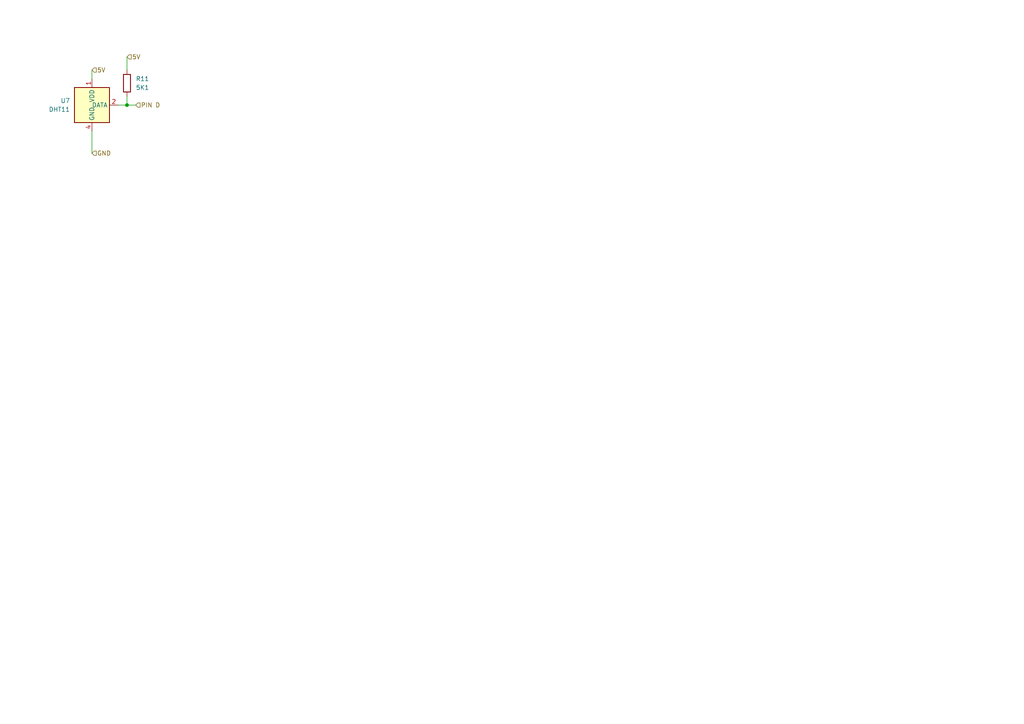
<source format=kicad_sch>
(kicad_sch (version 20231120) (generator "eeschema") (generator_version "8.0")
  (paper "A4")
  (lib_symbols
    (symbol "Device:R" (pin_numbers hide) (pin_names (offset 0))
      (property "Reference" "R" (at 2.032 0 90))
      (property "Value" "R" (at 0 0 90))
      (symbol "R_0_1"
        (rectangle (start -1.016 -2.54) (end 1.016 2.54) (stroke (width 0.254)))
      )
      (symbol "R_1_1"
        (pin passive line (at 0 3.81 270) (length 1.27) (name "~") (number "1"))
        (pin passive line (at 0 -3.81 90) (length 1.27) (name "~") (number "2"))
      )
    )
    (symbol "Sensor:DHT11"
      (property "Reference" "U" (at -3.81 6.35 0))
      (property "Value" "DHT11" (at 3.81 6.35 0))
      (symbol "DHT11_0_1"
        (rectangle (start -5.08 5.08) (end 5.08 -5.08) (stroke (width 0.254)) (fill (type background)))
      )
      (symbol "DHT11_1_1"
        (pin power_in line (at 0 7.62 270) (length 2.54) (name "VDD") (number "1"))
        (pin bidirectional line (at 7.62 0 180) (length 2.54) (name "DATA") (number "2"))
        (pin no_connect line (at -5.08 0 0) (length 2.54) hide (name "NC") (number "3"))
        (pin power_in line (at 0 -7.62 90) (length 2.54) (name "GND") (number "4"))
      )
    )
  )
  (junction (at 36.83 30.48))
  (wire (pts (xy 36.83 30.48) (xy 39.37 30.48)))
  (wire (pts (xy 36.83 27.94) (xy 36.83 30.48)))
  (wire (pts (xy 26.67 20.32) (xy 26.67 22.86)))
  (wire (pts (xy 34.29 30.48) (xy 36.83 30.48)))
  (wire (pts (xy 36.83 16.51) (xy 36.83 20.32)))
  (wire (pts (xy 26.67 38.1) (xy 26.67 44.45)))
  (hierarchical_label "5V" (shape input) (at 26.67 20.32 0))
  (hierarchical_label "GND" (shape input) (at 26.67 44.45 0))
  (hierarchical_label "PIN D" (shape input) (at 39.37 30.48 0))
  (hierarchical_label "5V" (shape input) (at 36.83 16.51 0))
  (symbol (lib_id "Device:R") (at 36.83 24.13 0) (unit 1)
    (property "Reference" "R11" (at 39.37 22.8599 0) (effects (justify left)))
    (property "Value" "5K1" (at 39.37 25.3999 0) (effects (justify left)))
    (property "Footprint" "Resistor_THT:R_Axial_DIN0204_L3.6mm_D1.6mm_P5.08mm_Horizontal" (effects (hide yes)))
    (property "Description" "Resistor" (effects (hide yes)))
  )
  (symbol (lib_id "Sensor:DHT11") (at 26.67 30.48 0) (unit 1)
    (property "Reference" "U7" (at 20.32 29.2099 0) (effects (justify right)))
    (property "Value" "DHT11" (at 20.32 31.7499 0) (effects (justify right)))
    (property "Footprint" "Sensor:Aosong_DHT11_5.5x12.0_P2.54mm" (effects (hide yes)))
    (property "Datasheet" "http://akizukidenshi.com/download/ds/aosong/DHT11.pdf" (effects (hide yes)))
    (property "Description" "3.3V to 5.5V, temperature and humidity module, DHT11" (effects (hide yes)))
  )
)
</source>
